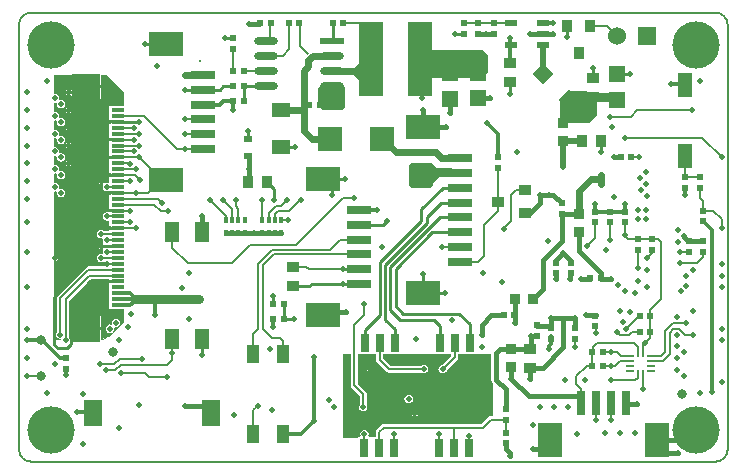
<source format=gbl>
%FSLAX44Y44*%
%MOMM*%
G71*
G01*
G75*
G04 Layer_Physical_Order=4*
G04 Layer_Color=16711680*
%ADD10R,0.5000X0.6000*%
%ADD11R,1.0668X0.8128*%
%ADD12R,0.6000X0.5000*%
%ADD13R,0.8000X1.6000*%
%ADD14O,2.0320X0.6096*%
%ADD15R,2.0320X0.6096*%
%ADD16O,2.0000X0.3500*%
%ADD17R,1.5000X0.4000*%
G04:AMPARAMS|DCode=18|XSize=0.22mm|YSize=0.8mm|CornerRadius=0mm|HoleSize=0mm|Usage=FLASHONLY|Rotation=90.000|XOffset=0mm|YOffset=0mm|HoleType=Round|Shape=RoundedRectangle|*
%AMROUNDEDRECTD18*
21,1,0.2200,0.8000,0,0,90.0*
21,1,0.2200,0.8000,0,0,90.0*
1,1,0.0000,0.4000,0.1100*
1,1,0.0000,0.4000,-0.1100*
1,1,0.0000,-0.4000,-0.1100*
1,1,0.0000,-0.4000,0.1100*
%
%ADD18ROUNDEDRECTD18*%
G04:AMPARAMS|DCode=19|XSize=0.22mm|YSize=0.8mm|CornerRadius=0mm|HoleSize=0mm|Usage=FLASHONLY|Rotation=0.000|XOffset=0mm|YOffset=0mm|HoleType=Round|Shape=RoundedRectangle|*
%AMROUNDEDRECTD19*
21,1,0.2200,0.8000,0,0,0.0*
21,1,0.2200,0.8000,0,0,0.0*
1,1,0.0000,0.1100,-0.4000*
1,1,0.0000,-0.1100,-0.4000*
1,1,0.0000,-0.1100,0.4000*
1,1,0.0000,0.1100,0.4000*
%
%ADD19ROUNDEDRECTD19*%
%ADD20R,4.3000X4.3000*%
%ADD21R,1.4000X0.6000*%
%ADD22R,1.8000X0.2500*%
%ADD23R,1.2000X2.2000*%
%ADD24R,1.6000X1.4000*%
%ADD25R,1.1000X1.4000*%
%ADD26R,0.7000X1.6000*%
%ADD27R,0.6000X0.7000*%
%ADD28R,1.2000X1.4000*%
%ADD29P,1.8385X4X90.0*%
%ADD30R,0.8890X1.0160*%
%ADD31R,1.0160X0.8890*%
%ADD32C,0.4000*%
%ADD33C,0.2000*%
%ADD34C,0.3000*%
%ADD35C,0.2540*%
%ADD36C,0.1270*%
%ADD37C,0.5000*%
%ADD38C,0.6000*%
%ADD39C,0.5000*%
%ADD40C,0.3000*%
G04:AMPARAMS|DCode=41|XSize=4mm|YSize=4mm|CornerRadius=2mm|HoleSize=0mm|Usage=FLASHONLY|Rotation=0.000|XOffset=0mm|YOffset=0mm|HoleType=Round|Shape=RoundedRectangle|*
%AMROUNDEDRECTD41*
21,1,4.0000,0.0000,0,0,0.0*
21,1,0.0000,4.0000,0,0,0.0*
1,1,4.0000,0.0000,0.0000*
1,1,4.0000,0.0000,0.0000*
1,1,4.0000,0.0000,0.0000*
1,1,4.0000,0.0000,0.0000*
%
%ADD41ROUNDEDRECTD41*%
%ADD42R,1.5240X1.5240*%
%ADD43C,1.5240*%
%ADD44C,0.8000*%
%ADD45R,0.8128X1.0668*%
%ADD46P,1.8385X4X180.0*%
%ADD47R,1.3970X1.3970*%
%ADD48R,2.1000X0.8000*%
%ADD49R,3.0000X2.1000*%
%ADD50R,1.6000X1.2000*%
%ADD51R,1.2000X1.8000*%
%ADD52R,1.0000X1.6000*%
%ADD53R,0.7500X0.2000*%
%ADD54R,0.2000X0.7500*%
%ADD55C,0.8000*%
%ADD56R,0.4064X0.5500*%
%ADD57R,0.3048X0.5500*%
%ADD58R,0.8128X0.8128*%
%ADD59R,1.6000X2.2000*%
G04:AMPARAMS|DCode=60|XSize=2mm|YSize=2mm|CornerRadius=0mm|HoleSize=0mm|Usage=FLASHONLY|Rotation=180.000|XOffset=0mm|YOffset=0mm|HoleType=Round|Shape=RoundedRectangle|*
%AMROUNDEDRECTD60*
21,1,2.0000,2.0000,0,0,180.0*
21,1,2.0000,2.0000,0,0,180.0*
1,1,0.0000,-1.0000,1.0000*
1,1,0.0000,1.0000,1.0000*
1,1,0.0000,1.0000,-1.0000*
1,1,0.0000,-1.0000,-1.0000*
%
%ADD60ROUNDEDRECTD60*%
%ADD61R,0.8128X0.8128*%
%ADD62R,2.4130X2.1844*%
%ADD63R,1.1000X0.3000*%
%ADD64R,2.1500X6.3000*%
%ADD65R,1.2000X2.0000*%
%ADD66R,0.7000X0.6000*%
%ADD67R,0.8000X2.1000*%
%ADD68R,2.1000X3.0000*%
%ADD69R,1.1000X0.5000*%
%ADD70R,0.7600X1.5200*%
G36*
X189000Y114999D02*
Y103627D01*
X182373Y97000D01*
X160620D01*
X157967Y99653D01*
Y116967D01*
X164317Y123317D01*
X180682D01*
X189000Y114999D01*
D02*
G37*
G36*
X-24000Y127000D02*
Y110000D01*
X-26157Y107843D01*
X-43303D01*
X-47000Y111540D01*
Y126000D01*
X-43500Y129500D01*
X-26500D01*
X-24000Y127000D01*
D02*
G37*
G36*
X99922Y-121000D02*
X99922Y-121000D01*
X100181Y-122302D01*
X100232Y-122561D01*
X100941Y-123622D01*
Y-151441D01*
X99500D01*
X99500Y-151441D01*
X98329Y-151674D01*
X97337Y-152337D01*
X91517Y-158158D01*
X8784D01*
X8784Y-158158D01*
X7613Y-158391D01*
X6621Y-159053D01*
X6621Y-159054D01*
X3076Y-162598D01*
X2413Y-163591D01*
X2180Y-164761D01*
X2180Y-164761D01*
Y-168850D01*
X-561D01*
D01*
D01*
X-561Y-168850D01*
X-1661D01*
Y-168850D01*
X-2633D01*
X-4164Y-167827D01*
X-3893Y-166461D01*
X-4164Y-165096D01*
X-4938Y-163938D01*
X-6096Y-163164D01*
X-7461Y-162893D01*
X-8827Y-163164D01*
X-9985Y-163938D01*
X-10758Y-165096D01*
X-11030Y-166461D01*
X-10758Y-167827D01*
X-12290Y-168850D01*
X-13261D01*
Y-169890D01*
X-26059D01*
Y-98790D01*
X-19059D01*
Y-125542D01*
X-19059Y-125542D01*
X-18826Y-126712D01*
X-18163Y-127705D01*
X-11559Y-134309D01*
Y-142278D01*
X-11797Y-142634D01*
X-12069Y-144000D01*
X-11797Y-145366D01*
X-11023Y-146523D01*
X-9866Y-147297D01*
X-8500Y-147569D01*
X-7134Y-147297D01*
X-5977Y-146523D01*
X-5203Y-145366D01*
X-4931Y-144000D01*
X-5203Y-142634D01*
X-5441Y-142278D01*
Y-133042D01*
X-5441Y-133042D01*
X-5674Y-131871D01*
X-6337Y-130879D01*
X-12941Y-124275D01*
Y-99150D01*
X-1521D01*
Y-99150D01*
X-1521D01*
X-1521Y-99150D01*
X-421D01*
Y-99150D01*
X2320D01*
Y-103704D01*
X2320Y-103705D01*
X2553Y-104875D01*
X3216Y-105868D01*
X11281Y-113933D01*
X11281Y-113933D01*
X12274Y-114596D01*
X13444Y-114829D01*
X13444Y-114829D01*
X41008D01*
X41364Y-115067D01*
X42730Y-115339D01*
X44096Y-115067D01*
X45253Y-114293D01*
X46027Y-113136D01*
X46299Y-111770D01*
X46027Y-110404D01*
X45253Y-109247D01*
X44096Y-108473D01*
X42730Y-108201D01*
X41364Y-108473D01*
X41008Y-108711D01*
X14711D01*
X8438Y-102438D01*
Y-99150D01*
X11179D01*
Y-99150D01*
X11179D01*
X11179Y-99150D01*
X12279D01*
Y-99150D01*
X23879D01*
Y-98790D01*
X50379D01*
Y-99150D01*
X61979D01*
Y-99150D01*
X61979D01*
X61979Y-99150D01*
X63079D01*
Y-99150D01*
X65820D01*
Y-100354D01*
X57785Y-108389D01*
X57364Y-108473D01*
X56207Y-109247D01*
X55433Y-110404D01*
X55161Y-111770D01*
X55433Y-113136D01*
X56207Y-114293D01*
X57364Y-115067D01*
X58730Y-115339D01*
X60096Y-115067D01*
X61253Y-114293D01*
X62027Y-113136D01*
X62111Y-112715D01*
X71042Y-103784D01*
X71042Y-103784D01*
X71439Y-103189D01*
X71705Y-102792D01*
X71937Y-101621D01*
Y-99150D01*
X74679D01*
Y-99150D01*
X74679D01*
X74679Y-99150D01*
X75779D01*
Y-99150D01*
X87379D01*
Y-98790D01*
X99922D01*
Y-121000D01*
D02*
G37*
G36*
X53671Y58348D02*
X66274D01*
Y51000D01*
X55823D01*
X50855Y46032D01*
Y43854D01*
X49000Y42000D01*
X32000D01*
X30000Y44000D01*
Y61000D01*
X31598Y62598D01*
X49421D01*
X53671Y58348D01*
D02*
G37*
G36*
X-224000Y-36000D02*
X-222000D01*
Y-36230D01*
X-216500D01*
Y-38770D01*
X-222000D01*
Y-39000D01*
X-224000D01*
Y-46000D01*
Y-51000D01*
Y-56000D01*
Y-61000D01*
X-216845D01*
X-216500Y-61069D01*
X-211000D01*
Y-72508D01*
X-220000Y-81508D01*
X-223391Y-84898D01*
X-224511Y-84299D01*
X-224451Y-84000D01*
X-224645Y-83025D01*
X-225198Y-82198D01*
X-225730Y-81842D01*
Y-84000D01*
X-227000D01*
Y-85270D01*
X-229158D01*
X-228802Y-85802D01*
X-228081Y-86285D01*
X-228449Y-87500D01*
X-230870D01*
Y-78707D01*
X-255000D01*
Y-87500D01*
X-256931D01*
X-257203Y-86134D01*
X-257441Y-85778D01*
Y-53767D01*
X-239233Y-35559D01*
X-224000D01*
Y-36000D01*
D02*
G37*
G36*
X-4505Y128505D02*
X-7505D01*
X-18000Y139000D01*
X-25000D01*
X-25505Y142505D01*
X-17495D01*
X-9000Y151000D01*
X-4505D01*
Y128505D01*
D02*
G37*
G36*
X-220000Y132000D02*
X-211000Y123000D01*
Y111000D01*
X-224000D01*
Y104000D01*
Y99000D01*
X-222000D01*
Y98770D01*
X-216500D01*
Y96230D01*
X-222000D01*
Y96000D01*
D01*
Y96000D01*
X-222000Y96000D01*
X-224000D01*
Y89000D01*
Y84000D01*
X-222000D01*
Y84000D01*
X-222000Y84000D01*
X-222000Y84000D01*
Y83770D01*
X-216500D01*
Y81230D01*
X-222000D01*
Y81000D01*
X-224000D01*
Y74000D01*
Y69000D01*
X-222000D01*
Y69000D01*
X-222000Y69000D01*
X-222000Y69000D01*
Y68770D01*
X-216500D01*
Y66230D01*
X-222000D01*
Y66000D01*
X-224000D01*
Y59000D01*
Y54000D01*
X-222000D01*
Y53770D01*
X-216500D01*
Y51230D01*
X-222000D01*
Y51000D01*
X-224000D01*
Y46771D01*
X-224940Y46000D01*
X-225155D01*
X-225500Y46069D01*
X-226866Y45797D01*
X-227348Y45474D01*
X-228104Y46230D01*
X-229230D01*
Y45104D01*
X-228474Y44349D01*
X-228797Y43866D01*
X-229069Y42500D01*
X-228797Y41135D01*
X-228023Y39977D01*
X-226866Y39203D01*
X-225500Y38932D01*
X-225156Y39000D01*
X-224000Y39000D01*
Y39000D01*
X-222000D01*
Y38770D01*
X-216500D01*
Y36230D01*
X-222000D01*
Y36000D01*
D01*
Y36000D01*
X-222000Y36000D01*
X-224000D01*
Y29000D01*
Y24000D01*
X-222000D01*
Y23770D01*
X-216500D01*
Y21230D01*
X-222000D01*
Y21000D01*
D01*
Y21000D01*
X-222000Y21000D01*
X-224000D01*
Y21000D01*
X-225155Y21000D01*
X-225500Y21069D01*
X-226866Y20797D01*
X-228023Y20023D01*
X-228797Y18866D01*
X-229069Y17500D01*
X-228797Y16134D01*
X-228023Y14977D01*
X-226866Y14203D01*
X-225500Y13931D01*
X-225156Y14000D01*
X-224940D01*
X-224000Y13229D01*
Y9000D01*
X-222000D01*
Y9000D01*
X-222000Y9000D01*
X-222000Y9000D01*
Y8770D01*
X-216500D01*
Y6230D01*
X-222000D01*
Y6000D01*
X-224000D01*
Y5559D01*
X-228778D01*
X-229134Y5797D01*
X-230500Y6069D01*
X-231866Y5797D01*
X-233023Y5023D01*
X-233797Y3866D01*
X-234069Y2500D01*
X-233797Y1134D01*
X-233023Y-23D01*
X-231866Y-797D01*
X-230500Y-1069D01*
X-229834Y-936D01*
X-228936Y-1834D01*
X-229069Y-2500D01*
X-228797Y-3866D01*
X-228474Y-4349D01*
X-229230Y-5105D01*
Y-7500D01*
Y-9895D01*
X-228474Y-10651D01*
X-228797Y-11134D01*
X-229069Y-12500D01*
X-228936Y-13166D01*
X-229834Y-14064D01*
X-230500Y-13931D01*
X-231866Y-14203D01*
X-233023Y-14977D01*
X-233797Y-16134D01*
X-234069Y-17500D01*
X-233797Y-18866D01*
X-233023Y-20023D01*
X-231866Y-20797D01*
X-230500Y-21069D01*
X-229134Y-20797D01*
X-228778Y-20559D01*
X-228664D01*
X-228113Y-21230D01*
X-225500D01*
Y-23770D01*
X-228296D01*
X-229300Y-24441D01*
X-241157D01*
X-241157Y-24441D01*
X-242327Y-24674D01*
X-243320Y-25337D01*
X-243320Y-25337D01*
X-267163Y-49180D01*
X-267826Y-50173D01*
X-268059Y-51343D01*
X-268059Y-51343D01*
Y-80778D01*
X-268297Y-81134D01*
X-268569Y-82500D01*
X-268297Y-83865D01*
X-267523Y-85023D01*
X-266366Y-85797D01*
X-265000Y-86068D01*
X-264855Y-86039D01*
X-264568Y-86327D01*
X-265054Y-87500D01*
X-270000D01*
Y-20459D01*
X-269500Y-20049D01*
X-268524Y-19855D01*
X-267697Y-19302D01*
X-267342Y-18770D01*
X-269500D01*
Y-16230D01*
X-267342D01*
X-267697Y-15698D01*
X-268524Y-15145D01*
X-269500Y-14951D01*
X-270000Y-14540D01*
Y38521D01*
X-269500Y38931D01*
X-268691Y39092D01*
X-267793Y38194D01*
X-267931Y37500D01*
X-267660Y36134D01*
X-266886Y34976D01*
X-265728Y34203D01*
X-264363Y33931D01*
X-262997Y34203D01*
X-261839Y34976D01*
X-261066Y36134D01*
X-260794Y37500D01*
X-261066Y38865D01*
X-261839Y40023D01*
X-262997Y40797D01*
X-264363Y41069D01*
X-265171Y40908D01*
X-266069Y41806D01*
X-265931Y42500D01*
X-266203Y43865D01*
X-266977Y45023D01*
X-268134Y45797D01*
X-269500Y46069D01*
X-270000Y46479D01*
Y53521D01*
X-269500Y53931D01*
X-268691Y54092D01*
X-267793Y53194D01*
X-267931Y52500D01*
X-267660Y51134D01*
X-266886Y49977D01*
X-265728Y49203D01*
X-264363Y48931D01*
X-262997Y49203D01*
X-261839Y49977D01*
X-261066Y51134D01*
X-260794Y52500D01*
X-261066Y53865D01*
X-261839Y55023D01*
X-262997Y55797D01*
X-264363Y56068D01*
X-265171Y55908D01*
X-266069Y56806D01*
X-265931Y57500D01*
X-266203Y58865D01*
X-266977Y60023D01*
X-268134Y60797D01*
X-269500Y61068D01*
X-270000Y61479D01*
Y68521D01*
X-269500Y68931D01*
X-268691Y69092D01*
X-267793Y68194D01*
X-267931Y67500D01*
X-267660Y66134D01*
X-266886Y64977D01*
X-265728Y64203D01*
X-264363Y63931D01*
X-262997Y64203D01*
X-261839Y64977D01*
X-261066Y66134D01*
X-260794Y67500D01*
X-261066Y68865D01*
X-261839Y70023D01*
X-262997Y70797D01*
X-264363Y71068D01*
X-265171Y70908D01*
X-266069Y71806D01*
X-265931Y72500D01*
X-266203Y73865D01*
X-266977Y75023D01*
X-268134Y75797D01*
X-269500Y76068D01*
X-270000Y76479D01*
Y83521D01*
X-269500Y83931D01*
X-268691Y84092D01*
X-267793Y83194D01*
X-267931Y82500D01*
X-267660Y81134D01*
X-266886Y79976D01*
X-265728Y79203D01*
X-264363Y78931D01*
X-262997Y79203D01*
X-261839Y79976D01*
X-261066Y81134D01*
X-260794Y82500D01*
X-261066Y83865D01*
X-261839Y85023D01*
X-262997Y85797D01*
X-264363Y86068D01*
X-265171Y85907D01*
X-266069Y86806D01*
X-265931Y87500D01*
X-266203Y88865D01*
X-266977Y90023D01*
X-268134Y90797D01*
X-269500Y91068D01*
X-270000Y91479D01*
Y98521D01*
X-269500Y98931D01*
X-268691Y99092D01*
X-267793Y98194D01*
X-267931Y97500D01*
X-267660Y96134D01*
X-266886Y94976D01*
X-265728Y94203D01*
X-264363Y93931D01*
X-262997Y94203D01*
X-261839Y94976D01*
X-261066Y96134D01*
X-260794Y97500D01*
X-261066Y98865D01*
X-261839Y100023D01*
X-262997Y100797D01*
X-264363Y101068D01*
X-265171Y100907D01*
X-266069Y101805D01*
X-265931Y102500D01*
X-266203Y103865D01*
X-266977Y105023D01*
X-268134Y105797D01*
X-269500Y106068D01*
X-270000Y106479D01*
Y113521D01*
X-269500Y113931D01*
X-268691Y114092D01*
X-267793Y113194D01*
X-267931Y112500D01*
X-267660Y111134D01*
X-266886Y109976D01*
X-265728Y109203D01*
X-264363Y108931D01*
X-262997Y109203D01*
X-261839Y109976D01*
X-261066Y111134D01*
X-260794Y112500D01*
X-261066Y113865D01*
X-261839Y115023D01*
X-262997Y115797D01*
X-264363Y116068D01*
X-265171Y115907D01*
X-266069Y116805D01*
X-265931Y117500D01*
X-266203Y118865D01*
X-266977Y120023D01*
X-268134Y120797D01*
X-269500Y121068D01*
X-270000Y121479D01*
Y137500D01*
X-255000D01*
Y128713D01*
X-230870D01*
Y137500D01*
X-225500D01*
X-220000Y132000D01*
D02*
G37*
G36*
X97000Y154500D02*
Y139500D01*
X92000Y134500D01*
X38000D01*
Y158500D01*
X93000D01*
X97000Y154500D01*
D02*
G37*
%LPC*%
G36*
X-218000Y-68931D02*
X-219366Y-69203D01*
X-220523Y-69977D01*
X-221297Y-71134D01*
X-221569Y-72500D01*
X-221436Y-73166D01*
X-222334Y-74064D01*
X-223000Y-73931D01*
X-224366Y-74203D01*
X-225523Y-74977D01*
X-226297Y-76134D01*
X-226569Y-77500D01*
X-226297Y-78865D01*
X-225523Y-80023D01*
X-224366Y-80797D01*
X-223000Y-81068D01*
X-221634Y-80797D01*
X-220477Y-80023D01*
X-219703Y-78865D01*
X-219431Y-77500D01*
X-219564Y-76834D01*
X-218666Y-75936D01*
X-218000Y-76069D01*
X-216634Y-75797D01*
X-215477Y-75023D01*
X-214703Y-73865D01*
X-214431Y-72500D01*
X-214703Y-71134D01*
X-215477Y-69977D01*
X-216634Y-69203D01*
X-218000Y-68931D01*
D02*
G37*
G36*
X-231770Y-8770D02*
X-232658D01*
X-232302Y-9302D01*
X-231770Y-9658D01*
Y-8770D01*
D02*
G37*
G36*
X-244205Y-66515D02*
X-255000D01*
Y-76167D01*
X-244205D01*
Y-66515D01*
D02*
G37*
G36*
X-230870D02*
X-241665D01*
Y-76167D01*
X-230870D01*
Y-66515D01*
D02*
G37*
G36*
X-231770Y46230D02*
X-232658D01*
X-232302Y45697D01*
X-231770Y45342D01*
Y46230D01*
D02*
G37*
G36*
Y49658D02*
X-232302Y49302D01*
X-232658Y48770D01*
X-231770D01*
Y49658D01*
D02*
G37*
G36*
X-231770Y-5342D02*
X-232302Y-5698D01*
X-232658Y-6230D01*
X-231770D01*
Y-5342D01*
D02*
G37*
G36*
X34000Y-147112D02*
X33468Y-147468D01*
X33112Y-148000D01*
X34000D01*
Y-147112D01*
D02*
G37*
G36*
X-228270Y-81842D02*
X-228802Y-82198D01*
X-229158Y-82730D01*
X-228270D01*
Y-81842D01*
D02*
G37*
G36*
X-4660Y-112770D02*
X-5549D01*
Y-113658D01*
X-5016Y-113302D01*
X-4660Y-112770D01*
D02*
G37*
G36*
X-8089Y-109342D02*
X-8621Y-109698D01*
X-8977Y-110230D01*
X-8089D01*
Y-109342D01*
D02*
G37*
G36*
Y-112770D02*
X-8977D01*
X-8621Y-113302D01*
X-8089Y-113658D01*
Y-112770D01*
D02*
G37*
G36*
X37428Y-150540D02*
X36540D01*
Y-151428D01*
X37072Y-151072D01*
X37428Y-150540D01*
D02*
G37*
G36*
X29982Y-133413D02*
X28616Y-133685D01*
X27458Y-134458D01*
X26685Y-135616D01*
X26413Y-136982D01*
X26685Y-138347D01*
X27458Y-139505D01*
X28616Y-140279D01*
X29982Y-140550D01*
X31347Y-140279D01*
X32505Y-139505D01*
X33279Y-138347D01*
X33550Y-136982D01*
X33279Y-135616D01*
X32505Y-134458D01*
X31347Y-133685D01*
X29982Y-133413D01*
D02*
G37*
G36*
X36540Y-147112D02*
Y-148000D01*
X37428D01*
X37072Y-147468D01*
X36540Y-147112D01*
D02*
G37*
G36*
X34000Y-150540D02*
X33112D01*
X33468Y-151072D01*
X34000Y-151428D01*
Y-150540D01*
D02*
G37*
G36*
X-5549Y-109342D02*
Y-110230D01*
X-4660D01*
X-5016Y-109698D01*
X-5549Y-109342D01*
D02*
G37*
G36*
X-229230Y49658D02*
Y48770D01*
X-228342D01*
X-228697Y49302D01*
X-229230Y49658D01*
D02*
G37*
G36*
X-255842Y106230D02*
X-256730D01*
Y105342D01*
X-256198Y105697D01*
X-255842Y106230D01*
D02*
G37*
G36*
X-259270Y109658D02*
X-259802Y109302D01*
X-260158Y108770D01*
X-259270D01*
Y109658D01*
D02*
G37*
G36*
Y106230D02*
X-260158D01*
X-259802Y105697D01*
X-259270Y105342D01*
Y106230D01*
D02*
G37*
G36*
Y94658D02*
X-259802Y94302D01*
X-260158Y93770D01*
X-259270D01*
Y94658D01*
D02*
G37*
G36*
X-256730D02*
Y93770D01*
X-255842D01*
X-256198Y94302D01*
X-256730Y94658D01*
D02*
G37*
G36*
X-259270Y124658D02*
X-259802Y124302D01*
X-260158Y123770D01*
X-259270D01*
Y124658D01*
D02*
G37*
G36*
X-244205Y126173D02*
X-255000D01*
Y125102D01*
X-256198Y124302D01*
X-256730Y124658D01*
Y122500D01*
Y120342D01*
X-256198Y120697D01*
X-255000Y119897D01*
Y116521D01*
X-244205D01*
Y126173D01*
D02*
G37*
G36*
X-259270Y121230D02*
X-260158D01*
X-259802Y120697D01*
X-259270Y120342D01*
Y121230D01*
D02*
G37*
G36*
X-256730Y109658D02*
Y108770D01*
X-255842D01*
X-256198Y109302D01*
X-256730Y109658D01*
D02*
G37*
G36*
X-230870Y126173D02*
X-241665D01*
Y116521D01*
X-230870D01*
Y126173D01*
D02*
G37*
G36*
X-256730Y64658D02*
Y63770D01*
X-255842D01*
X-256198Y64302D01*
X-256730Y64658D01*
D02*
G37*
G36*
X-259270Y76230D02*
X-260158D01*
X-259802Y75697D01*
X-259270Y75342D01*
Y76230D01*
D02*
G37*
G36*
Y64658D02*
X-259802Y64302D01*
X-260158Y63770D01*
X-259270D01*
Y64658D01*
D02*
G37*
G36*
Y61230D02*
X-260158D01*
X-259802Y60697D01*
X-259270Y60342D01*
Y61230D01*
D02*
G37*
G36*
X-255842D02*
X-256730D01*
Y60342D01*
X-256198Y60697D01*
X-255842Y61230D01*
D02*
G37*
G36*
X-259270Y91230D02*
X-260158D01*
X-259802Y90697D01*
X-259270Y90342D01*
Y91230D01*
D02*
G37*
G36*
X-255842D02*
X-256730D01*
Y90342D01*
X-256198Y90697D01*
X-255842Y91230D01*
D02*
G37*
G36*
X-256730Y79658D02*
Y78770D01*
X-255842D01*
X-256198Y79302D01*
X-256730Y79658D01*
D02*
G37*
G36*
X-255842Y76230D02*
X-256730D01*
Y75342D01*
X-256198Y75697D01*
X-255842Y76230D01*
D02*
G37*
G36*
X-259270Y79658D02*
X-259802Y79302D01*
X-260158Y78770D01*
X-259270D01*
Y79658D01*
D02*
G37*
%LPD*%
D10*
X234500Y-67000D02*
D03*
X225500D02*
D03*
X-109500Y115000D02*
D03*
X-118500D02*
D03*
X-62500Y181000D02*
D03*
X-71500D02*
D03*
X192500Y-35000D02*
D03*
X183500D02*
D03*
X110500Y-66000D02*
D03*
X119500D02*
D03*
X218500Y68000D02*
D03*
X209500D02*
D03*
X234500Y-80000D02*
D03*
X225500D02*
D03*
X194500Y-97000D02*
D03*
X185500D02*
D03*
Y-109000D02*
D03*
X194500D02*
D03*
X-54500Y112000D02*
D03*
X-45500D02*
D03*
X-86500Y181000D02*
D03*
X-95500D02*
D03*
X-34500D02*
D03*
X-25500D02*
D03*
X-118500Y141000D02*
D03*
X-109500D02*
D03*
X-118500Y128000D02*
D03*
X-109500D02*
D03*
X-84500Y-57000D02*
D03*
X-75500D02*
D03*
X-84500Y-69000D02*
D03*
X-75500D02*
D03*
D11*
X105608Y30051D02*
D03*
X128544Y20513D02*
D03*
Y39588D02*
D03*
D12*
X224000Y-10500D02*
D03*
Y-1500D02*
D03*
X236000D02*
D03*
Y-10500D02*
D03*
X88980Y181366D02*
D03*
Y172366D02*
D03*
X139000Y-83500D02*
D03*
Y-74500D02*
D03*
X213000Y21500D02*
D03*
Y12500D02*
D03*
X150678Y-76995D02*
D03*
Y-85994D02*
D03*
X170678D02*
D03*
Y-76995D02*
D03*
X264000Y41500D02*
D03*
Y50500D02*
D03*
X112000Y-165500D02*
D03*
Y-174500D02*
D03*
X106000Y67500D02*
D03*
Y58500D02*
D03*
X267000Y-3500D02*
D03*
Y-12500D02*
D03*
X277000Y41500D02*
D03*
Y50500D02*
D03*
X188000Y21500D02*
D03*
Y12500D02*
D03*
X200000Y21500D02*
D03*
Y12500D02*
D03*
X155000Y-21500D02*
D03*
Y-30500D02*
D03*
X167000Y-21500D02*
D03*
Y-30500D02*
D03*
X160000Y19500D02*
D03*
Y28500D02*
D03*
X112000Y-145500D02*
D03*
Y-154500D02*
D03*
X188000Y-75500D02*
D03*
Y-66500D02*
D03*
X279000Y-3500D02*
D03*
Y-12500D02*
D03*
Y22500D02*
D03*
Y13500D02*
D03*
X-118500Y168500D02*
D03*
Y159500D02*
D03*
X-260000Y-111500D02*
D03*
Y-102500D02*
D03*
X76980Y172366D02*
D03*
Y181366D02*
D03*
X101980D02*
D03*
Y172366D02*
D03*
D14*
X-91080Y166390D02*
D03*
Y153691D02*
D03*
Y140990D02*
D03*
Y128291D02*
D03*
X-35200D02*
D03*
Y140990D02*
D03*
Y153691D02*
D03*
D15*
Y166390D02*
D03*
D30*
X192524Y81477D02*
D03*
X176522D02*
D03*
X-89999Y47000D02*
D03*
X-106001D02*
D03*
D31*
X133000Y-110506D02*
D03*
Y-94504D02*
D03*
X116000Y147001D02*
D03*
Y130999D02*
D03*
X186000Y118999D02*
D03*
Y135001D02*
D03*
X-68000Y-41001D02*
D03*
Y-24999D02*
D03*
D32*
X143480Y171866D02*
X151866D01*
X42500Y93400D02*
Y107500D01*
X144000Y-43620D02*
Y-19000D01*
X135620Y-52000D02*
X144000Y-43620D01*
X120000Y-72494D02*
Y-52000D01*
X149000Y36000D02*
X152500D01*
X141000D02*
X149000D01*
X152500D02*
X160000Y28500D01*
X135000Y-179500D02*
X141270D01*
X-39683Y-63000D02*
X-23000D01*
X-42823Y-66140D02*
X-39683Y-63000D01*
X141000Y29080D02*
Y36000D01*
X132433Y20513D02*
X141000Y29080D01*
X128544Y20513D02*
X132433D01*
X243000Y-183000D02*
X258000D01*
X240000Y-180000D02*
X243000Y-183000D01*
X240000Y-180000D02*
Y-171500D01*
X258500D01*
X214250Y-141000D02*
X223000D01*
X89000Y117705D02*
X98705D01*
X65000Y105000D02*
Y117205D01*
X42500Y93400D02*
X61600D01*
X-144680Y4060D02*
Y17680D01*
X-124001Y3750D02*
X-94001D01*
X-83501D02*
X-77999D01*
X-88499D02*
X-83501D01*
X-94001D02*
X-88499D01*
X-105630Y58000D02*
Y68530D01*
Y47372D02*
Y58000D01*
X131744Y-134744D02*
X176250D01*
X117000Y-120000D02*
X131744Y-134744D01*
X95634Y172366D02*
X101980D01*
X88980D02*
X95634D01*
X112000Y-179000D02*
Y-174500D01*
Y-179000D02*
X116000Y-183000D01*
Y-185000D02*
Y-183000D01*
X117000Y-94504D02*
X133000D01*
X104000Y-98000D02*
X107620Y-94380D01*
X112000Y-145500D02*
Y-129000D01*
X104000Y-121000D02*
X112000Y-129000D01*
X104000Y-121000D02*
Y-98000D01*
X107620Y-94380D02*
X117000D01*
X132480Y171866D02*
X143480D01*
X92000Y-74000D02*
X100000Y-66000D01*
X110500D01*
X263000Y500D02*
Y1000D01*
Y500D02*
X267000Y-3500D01*
X279000D01*
X166632Y-35862D02*
Y-30029D01*
Y-21029D02*
Y-19361D01*
X160632Y-13361D02*
X166632Y-19361D01*
X155000Y-18993D02*
X160632Y-13361D01*
X155000Y-20994D02*
Y-18993D01*
X192500Y-35494D02*
Y-29994D01*
X180500Y-65995D02*
X188178D01*
X170678Y-74994D02*
Y-68600D01*
X139000Y-74994D02*
X150678D01*
Y-68600D01*
X155000Y-35828D02*
Y-29994D01*
X176000Y-35494D02*
X183500D01*
X-105000Y180642D02*
X-96500D01*
X193845Y-35386D02*
X201532D01*
X193845Y-35680D02*
Y-35386D01*
X204000Y68000D02*
X209500D01*
X174000Y-11494D02*
Y4380D01*
Y-11494D02*
X192500Y-29994D01*
X144000Y-19000D02*
X160000Y-3000D01*
Y19500D01*
X173880D01*
X133178Y-83744D02*
X138750D01*
X143494Y-110506D02*
X161000Y-93000D01*
X150678Y-68600D02*
X161000D01*
X170678D01*
X161000Y-93000D02*
Y-68600D01*
X133178Y-94326D02*
Y-83744D01*
X133000Y-94504D02*
X133178Y-94326D01*
X133000Y-110506D02*
X143494D01*
X133000Y-120000D02*
Y-110506D01*
X117000Y-120000D02*
Y-109620D01*
X92000Y-83000D02*
Y-74000D01*
X-159000Y-143000D02*
X-143000D01*
X-137000Y-149000D01*
D33*
X223662Y107500D02*
X269500D01*
X218163Y102000D02*
X223662Y107500D01*
X200000Y102000D02*
X218163D01*
X93920Y9920D02*
X106000Y22000D01*
X93920Y-16080D02*
Y9920D01*
X88650Y-21350D02*
X93920Y-16080D01*
X106000Y22000D02*
Y58500D01*
X73500Y-21350D02*
X88650D01*
X-94590Y23589D02*
X-94001Y23001D01*
X-94590Y23589D02*
Y31606D01*
X-219157Y-107500D02*
X-214657Y-103000D01*
X-195416D01*
X-174463Y-108000D02*
X-170080Y-103617D01*
X-214000Y-108000D02*
X-174463D01*
X-218500Y-112500D02*
X-214000Y-108000D01*
X-231500Y-107500D02*
X-219157D01*
X-226500Y-112500D02*
X-218500D01*
X-216500Y82500D02*
X-202500D01*
X-179700Y48300D02*
X-175500D01*
X-190500Y37500D02*
X-179700Y48300D01*
X-201000Y37500D02*
X-190500D01*
X-178800Y48300D02*
X-175500D01*
X-198000Y67500D02*
X-178800Y48300D01*
X-202039Y52500D02*
X-197529Y47990D01*
X-216500Y52500D02*
X-202039D01*
X-216500Y42500D02*
X-216500Y42500D01*
X-225500Y42500D02*
X-216500D01*
X-185500Y27500D02*
X-180000Y22000D01*
X-174000D01*
X-16000Y-125542D02*
X-8500Y-133042D01*
Y-144000D02*
Y-133042D01*
X201250Y-154580D02*
Y-140584D01*
X188750Y-154580D02*
Y-140584D01*
X263500Y-82500D02*
X271000D01*
X259000Y-78000D02*
X263500Y-82500D01*
X254000Y-78000D02*
X259000D01*
X232000Y-17500D02*
X236000Y-13500D01*
Y-10500D01*
X200000Y-2680D02*
Y12500D01*
X-25500Y181000D02*
X-6000D01*
X-1750Y151000D02*
Y176750D01*
X-6000Y181000D02*
X-1750Y176750D01*
X183487Y178544D02*
X197756D01*
X206300Y170000D01*
X-93000Y-78000D02*
Y-23657D01*
X-76300Y-99000D02*
Y-87700D01*
X-93000Y-78000D02*
X-86000Y-85000D01*
X-79000D01*
X-76300Y-87700D01*
X228000Y-128759D02*
Y-116000D01*
X213000Y84000D02*
X278500D01*
X-116501Y26158D02*
Y31461D01*
Y26158D02*
X-114501Y24158D01*
Y14250D02*
Y24158D01*
X-127606Y31606D02*
X-119499Y23499D01*
Y14250D02*
Y23499D01*
X-138659Y31606D02*
X-125001Y17948D01*
Y14250D02*
Y17948D01*
X112000Y-165500D02*
Y-154500D01*
X-120000Y-22000D02*
X-104690Y-6690D01*
X-65690D01*
X-157000Y-22000D02*
X-120000D01*
X-216500Y67500D02*
X-198000D01*
X-170080Y-8920D02*
X-157000Y-22000D01*
X-159050Y87050D02*
X-144500D01*
X-159050Y99750D02*
X-144500D01*
X279000Y22500D02*
X287500D01*
X277000Y33000D02*
Y41500D01*
Y33000D02*
X279000Y31000D01*
Y22500D02*
Y31000D01*
X295000Y7500D02*
Y15000D01*
X287500Y22500D02*
X295000Y15000D01*
X253343Y-73000D02*
X265000D01*
X247000Y-79343D02*
X253343Y-73000D01*
X68879Y-101621D02*
Y-89550D01*
X58730Y-111770D02*
X68879Y-101621D01*
X5379Y-103705D02*
X13444Y-111770D01*
X42730D01*
X5379Y-103705D02*
Y-89550D01*
X-72673Y31623D02*
X-72656Y31639D01*
X-138659Y32000D02*
X-138463Y31803D01*
X-61639Y31606D02*
X-61606Y31639D01*
X-71114Y22132D02*
X-61639Y31606D01*
X-61606D01*
X-78164Y26132D02*
X-78147Y26149D01*
X-78130Y26132D02*
X-72656Y31606D01*
X-94001Y14250D02*
Y23001D01*
X-82552Y26132D02*
X-78164D01*
X-88499Y20185D02*
X-82552Y26132D01*
X-88499Y14250D02*
Y20185D01*
X-80895Y22132D02*
X-71114D01*
X-83501Y19527D02*
X-80895Y22132D01*
X-83501Y14250D02*
Y19527D01*
X-77999Y14250D02*
X-72000D01*
X-26000Y33000D02*
X-16323D01*
X-65690Y-6690D02*
X-26000Y33000D01*
X-170080Y-8920D02*
Y4060D01*
X-36690Y-10690D02*
X-28190Y-2190D01*
X-85690Y-10690D02*
X-36690D01*
X-98000Y-23000D02*
X-85690Y-10690D01*
X-84033Y-14690D02*
X-11823D01*
X-93000Y-23657D02*
X-84033Y-14690D01*
X-7710Y-65710D02*
Y-56290D01*
X-16000Y-74000D02*
X-7710Y-65710D01*
X-16000Y-125542D02*
Y-74000D01*
X-170080Y-103617D02*
Y-97920D01*
X-193000Y-115000D02*
X-189589Y-118412D01*
X-214000Y-115000D02*
X-193000D01*
X-54610Y-27390D02*
X-26000D01*
X-57001Y-24999D02*
X-54610Y-27390D01*
X-69000Y-24999D02*
X-57001D01*
X-28190Y-2190D02*
X-11823D01*
X-101700Y-163000D02*
Y-146700D01*
X-98000Y-143000D01*
X-189589Y-118412D02*
X-174326D01*
X176250Y-134744D02*
Y-128250D01*
Y-137000D02*
Y-134744D01*
X172000Y-118000D02*
X181000Y-109000D01*
X172000Y-124000D02*
X176250Y-128250D01*
X172000Y-124000D02*
Y-118000D01*
X181000Y-109000D02*
X185500D01*
X185658Y-97000D02*
Y-93342D01*
X185500Y-109000D02*
Y-97000D01*
X194500Y-109000D02*
X201000D01*
X194500Y-97000D02*
X201000D01*
X200000Y-121000D02*
X201000D01*
X222000D01*
X209000Y-105000D02*
X217000D01*
X205000Y-109000D02*
X209000Y-105000D01*
X201000Y-109000D02*
X205000D01*
X210000Y-101000D02*
X217000D01*
X206000Y-97000D02*
X210000Y-101000D01*
X201000Y-97000D02*
X206000D01*
X235000Y-101000D02*
X243343D01*
X247000Y-97343D01*
Y-79343D01*
X251000Y-81000D02*
X254000Y-78000D01*
X251000Y-99000D02*
Y-81000D01*
X245000Y-105000D02*
X251000Y-99000D01*
X235000Y-105000D02*
X245000D01*
X-159050Y74550D02*
X-144500D01*
X-182500Y32500D02*
X-179000Y29000D01*
X-216500Y32500D02*
X-182500D01*
X-216500Y27500D02*
X-185500D01*
X58350Y-8650D02*
X73500D01*
X278500Y84000D02*
X295000Y67500D01*
X120917Y39588D02*
X128544D01*
X116756Y35428D02*
X120917Y39588D01*
X116756Y13756D02*
Y35428D01*
X111000Y7000D02*
Y8000D01*
X116756Y13756D01*
X8784Y-161216D02*
X92784D01*
X99500Y-154500D01*
X112000D01*
X68739Y-178450D02*
Y-161955D01*
X5239Y-164761D02*
X8784Y-161216D01*
X5239Y-178450D02*
Y-164761D01*
X76980Y181366D02*
X116480D01*
X-118500Y141000D02*
Y159500D01*
X-7461Y-178450D02*
Y-166461D01*
X17939Y-178450D02*
Y-167061D01*
X56039Y-178450D02*
Y-167039D01*
X81422Y-178450D02*
Y-168064D01*
X-62003Y161793D02*
X-55000Y154790D01*
X229934Y-89703D02*
X234500Y-85137D01*
X228000Y-91637D02*
X229934Y-89703D01*
X234000Y-79500D02*
X234500Y-79000D01*
Y-85137D02*
Y-80000D01*
X214000Y-78000D02*
X225000Y-67000D01*
X225500D01*
X216110Y-83000D02*
X219110Y-80000D01*
X225500D01*
X228000Y-98000D02*
Y-91637D01*
X224000Y-119000D02*
Y-116000D01*
X222000Y-121000D02*
X224000Y-119000D01*
X-216500Y92500D02*
X-202500D01*
X-225500Y-2500D02*
X-216500D01*
Y7500D02*
X-200500D01*
X-225500Y17500D02*
X-216500D01*
X-218700Y12500D02*
X-206000D01*
X-216500Y37500D02*
X-201000D01*
X-216500Y72500D02*
X-202500D01*
X-216500Y87500D02*
X-198000D01*
X-216500Y77500D02*
X-198000D01*
X-216500Y62500D02*
X-206000D01*
X-216500Y57500D02*
X-201016D01*
X-241157Y-27500D02*
X-216500D01*
X-265000Y-51343D02*
X-241157Y-27500D01*
X-265000Y-82500D02*
Y-51343D01*
X-260500Y-52500D02*
X-240500Y-32500D01*
X-260500Y-87500D02*
Y-52500D01*
X-240500Y-32500D02*
X-216500D01*
X-230500Y-17500D02*
X-216500D01*
X-225500Y-22500D02*
X-216500D01*
X-225500Y-12500D02*
X-216500D01*
X-230500Y2500D02*
X-216500D01*
Y22500D02*
X-206000D01*
X-216500Y47500D02*
X-205984D01*
X-293307Y-117500D02*
X-281700D01*
X234500Y-79000D02*
Y-61500D01*
X219500Y68000D02*
X225000D01*
X264000Y50500D02*
X277000D01*
X264000D02*
Y68209D01*
X-100244Y140756D02*
X-90699D01*
X-109490Y140990D02*
X-92080D01*
X170678Y-92683D02*
Y-85994D01*
X188178Y-81495D02*
Y-74994D01*
X259500Y-12500D02*
X267000D01*
X-71003Y158997D02*
Y180642D01*
X-76543Y153456D02*
X-71003Y158997D01*
X-90699Y153456D02*
X-76543D01*
X-62003Y161793D02*
Y180642D01*
X259500Y-22000D02*
X274000D01*
X279000Y-17000D01*
Y-12500D01*
X-87500Y167741D02*
Y180642D01*
X224000Y-26000D02*
Y-10500D01*
X234500Y-61500D02*
X243700Y-52300D01*
X181000Y-7340D02*
X187979Y-361D01*
Y12479D01*
X213000Y1431D02*
X215931Y-1500D01*
X241200D02*
X243700Y-4000D01*
X213000Y1431D02*
Y12500D01*
X215931Y-1500D02*
X241200D01*
X243700Y-52300D02*
Y-4000D01*
X224000Y-98000D02*
Y-92806D01*
X206000Y-80494D02*
X208506Y-83000D01*
X216110D01*
X185658Y-93342D02*
X189323Y-89677D01*
X220871D01*
X224000Y-92806D01*
X-170080Y-97920D02*
Y-85940D01*
X-101700Y-99000D02*
Y-81700D01*
X-98000Y-78000D01*
Y-23000D01*
X-216500Y102500D02*
X-194500D01*
X-166550Y74550D01*
X-159050D01*
X-290000Y190000D02*
G03*
X-300000Y180000I0J-10000D01*
G01*
Y-180000D02*
G03*
X-290000Y-190000I10000J0D01*
G01*
X299941Y180000D02*
G03*
X289941Y190000I-10000J0D01*
G01*
Y-190000D02*
G03*
X299941Y-180000I0J10000D01*
G01*
X-290000Y190000D02*
X289941Y190000D01*
X-290000Y-190000D02*
X289941Y-190000D01*
X-300000Y-180000D02*
Y180000D01*
X300000Y-180000D02*
Y180000D01*
D34*
X-185000Y-66000D02*
Y-53500D01*
X-281700Y-87500D02*
X-280500D01*
X-293307D02*
X-281700D01*
X-265500Y-102500D02*
X-260000D01*
X-280500Y-87500D02*
X-265500Y-102500D01*
X116000Y147001D02*
Y169000D01*
X-206100Y-47500D02*
X-201100Y-52500D01*
X-216500Y-47500D02*
X-206100D01*
X-205600Y-57500D02*
X-201100Y-53000D01*
X-216500Y-57500D02*
X-205600D01*
X-216500Y-52500D02*
X-202600D01*
X106000Y67500D02*
Y87000D01*
X96500Y96500D02*
X106000Y87000D01*
X286500Y-131500D02*
Y6000D01*
X279000Y13500D02*
X286500Y6000D01*
X-50500Y-156000D02*
Y-101340D01*
Y-156000D02*
X-50080Y-155580D01*
X-61500Y-167000D02*
X-50500Y-156000D01*
X-76300Y-167000D02*
X-61500D01*
X41000Y118000D02*
Y149750D01*
X-118500Y107843D02*
Y115000D01*
X-11823Y23010D02*
X2892D01*
X-260000Y-117000D02*
Y-111500D01*
X-84500Y-76500D02*
Y-69000D01*
X-127000Y115000D02*
X-118500D01*
X-129750Y112250D02*
X-127000Y115000D01*
X-144500Y112250D02*
X-129750D01*
X143480Y181366D02*
X151980D01*
X264000Y36000D02*
Y41500D01*
X262209Y130000D02*
X263778Y128431D01*
X252000Y130000D02*
X262209D01*
X150678Y-90494D02*
Y-83994D01*
X149000Y-92172D02*
X150678Y-90494D01*
X149000Y-94494D02*
Y-92172D01*
X-251000Y-148000D02*
X-238430D01*
X188000Y21500D02*
X213000D01*
Y28000D01*
X188000Y21500D02*
Y28000D01*
X-201100Y-53000D02*
Y-52500D01*
D35*
X5380Y-65620D02*
Y-21358D01*
X-7321Y-78321D02*
X5380Y-65620D01*
X-7321Y-89550D02*
Y-78321D01*
X18079Y-89550D02*
Y-78079D01*
X9920Y-69920D02*
X18079Y-78079D01*
X9920Y-69920D02*
Y-23239D01*
X14460Y-61460D02*
X23000Y-70000D01*
X14460Y-61460D02*
Y-25120D01*
X56329Y16750D02*
X73500D01*
X14460Y-25120D02*
X56329Y16750D01*
X40730Y13992D02*
Y23730D01*
X5380Y-21358D02*
X40730Y13992D01*
X45270Y12111D02*
Y17270D01*
X9920Y-23239D02*
X45270Y12111D01*
X50050Y4050D02*
X73500D01*
X19000Y-27000D02*
X50050Y4050D01*
X19000Y-58618D02*
Y-27000D01*
Y-58618D02*
X25112Y-64730D01*
X40730Y23730D02*
X58950Y41950D01*
X73500D01*
X45270Y17270D02*
X57250Y29250D01*
X73500D01*
X56179Y-89550D02*
Y-75179D01*
X51000Y-70000D02*
X56179Y-75179D01*
X23000Y-70000D02*
X51000D01*
X72730Y-64730D02*
X81579Y-73579D01*
X25112Y-64730D02*
X72730D01*
X81579Y-89550D02*
Y-73579D01*
X42500Y-47400D02*
X60600D01*
X-42823Y49260D02*
X-35248Y41685D01*
X-267000Y-94000D02*
X-259000D01*
X-270000Y-91000D02*
X-267000Y-94000D01*
X-270000Y-91000D02*
Y-50304D01*
X-255730Y-90730D02*
Y-53769D01*
X-259000Y-94000D02*
X-255730Y-90730D01*
Y-53769D02*
X-239461Y-37500D01*
X-247879Y122500D02*
X-242935Y127443D01*
X-258000Y122500D02*
X-247879D01*
X-35200Y166390D02*
X-34500Y167090D01*
Y181000D01*
X-42823Y49260D02*
X-23740D01*
X-35248Y35248D02*
Y41685D01*
X164412Y169412D02*
Y178544D01*
X192524Y72476D02*
Y81477D01*
X186000Y135001D02*
Y143000D01*
X205000Y137795D02*
X217633D01*
X-89999Y47000D02*
X-84000Y41001D01*
Y31606D02*
Y41001D01*
X42500Y-47400D02*
Y-31500D01*
X116000Y121000D02*
Y130999D01*
X-125500Y168500D02*
X-118500D01*
X-11313Y10510D02*
X8510D01*
X12000Y14000D01*
X-84500Y-57000D02*
Y-49500D01*
X-84500Y-49500D02*
X-84500Y-49500D01*
X-144680Y-100000D02*
Y-85940D01*
X-193700Y163700D02*
X-175500D01*
X-159050Y124950D02*
X-144500D01*
X-106000Y83100D02*
Y90000D01*
X-78000Y76000D02*
X-66000D01*
X69000Y172366D02*
X76614D01*
X-75500Y-69000D02*
X-67000D01*
X-75500D02*
Y-57000D01*
X-54001Y-41001D02*
X-53000Y-40000D01*
X-69000Y-41001D02*
X-54001D01*
X-53000Y-40000D02*
X-26000D01*
X-25890Y-39890D02*
X-11823D01*
X-26000Y-40000D02*
X-25890Y-39890D01*
X-26000Y-27390D02*
X-11823D01*
X-127000Y128000D02*
X-118500D01*
X-130050Y124950D02*
X-127000Y128000D01*
X-144500Y124950D02*
X-130050D01*
X-109500Y115000D02*
Y128000D01*
X-91370D01*
X-216500Y97500D02*
X-198000D01*
X-242195Y-22500D02*
X-225500D01*
X-270000Y-50304D02*
X-242195Y-22500D01*
X-239461Y-37500D02*
X-216500D01*
X-230500Y-7500D02*
X-216500D01*
D37*
X160632Y59000D02*
Y81380D01*
X161000D02*
X176426D01*
X143480Y137788D02*
Y162366D01*
D38*
X-8009Y140990D02*
X-1000Y148000D01*
X-35200Y140990D02*
X-8009D01*
X-9000Y151000D02*
X-1750D01*
X-159050Y137450D02*
X-144500D01*
X-77000Y108000D02*
X-59000D01*
Y119000D01*
Y90000D02*
Y108000D01*
Y90000D02*
X-52000Y83000D01*
X-59000Y119000D02*
Y140817D01*
X-52000Y83000D02*
X-37000D01*
X57650Y67350D02*
X73500D01*
X53000Y72000D02*
X57650Y67350D01*
X19000Y72000D02*
X53000D01*
X7000Y84000D02*
X19000Y72000D01*
X-59000Y140817D02*
X-55000Y144817D01*
Y150000D01*
X-51309Y153691D01*
X-35200D01*
X174000Y19620D02*
Y39000D01*
X184000Y49000D01*
X193000D01*
Y45000D02*
Y53000D01*
D39*
X276200Y132000D02*
D03*
Y-132000D02*
D03*
X-276200D02*
D03*
Y132000D02*
D03*
X151866Y171866D02*
D03*
X60600Y-47400D02*
D03*
X42500Y107500D02*
D03*
X77000Y145000D02*
D03*
X-185000Y-66000D02*
D03*
X182000Y102000D02*
D03*
X177000Y107000D02*
D03*
X172000Y102000D02*
D03*
X-197529Y47990D02*
D03*
X149000Y36000D02*
D03*
X-23740Y49260D02*
D03*
X164412Y169412D02*
D03*
X192524Y72476D02*
D03*
X109000Y-38000D02*
D03*
X186000Y143000D02*
D03*
X217633Y137795D02*
D03*
X121487Y72487D02*
D03*
X-258000Y77500D02*
D03*
X-269500Y-17500D02*
D03*
X-230500Y47500D02*
D03*
X42500Y-31500D02*
D03*
X116000Y121000D02*
D03*
X-258000Y107500D02*
D03*
X-246000Y-175000D02*
D03*
X-86000Y-146000D02*
D03*
X-23000Y-63000D02*
D03*
X-87610Y-94390D02*
D03*
X141000Y36000D02*
D03*
X98705Y117705D02*
D03*
X65000Y105000D02*
D03*
X61600Y93400D02*
D03*
X213000Y84000D02*
D03*
X202000Y93000D02*
D03*
X7655Y-8345D02*
D03*
X-144680Y17680D02*
D03*
X-125500Y168500D02*
D03*
X-35248Y35248D02*
D03*
X-147500Y-52500D02*
D03*
X-101000Y3631D02*
D03*
X-156000Y-52500D02*
D03*
X-84500Y-49500D02*
D03*
X-144680Y-100000D02*
D03*
X-118000Y-151000D02*
D03*
X29982Y-136982D02*
D03*
X-215250Y-161750D02*
D03*
X-193700Y163700D02*
D03*
X-183198Y145198D02*
D03*
X-159050Y124950D02*
D03*
X-106000Y90000D02*
D03*
X-66000Y76000D02*
D03*
X-28000Y114000D02*
D03*
X-35000D02*
D03*
X-28000Y121000D02*
D03*
X-35000D02*
D03*
X-42000D02*
D03*
X33421Y45598D02*
D03*
Y52598D02*
D03*
Y59598D02*
D03*
X61000Y154000D02*
D03*
X70000D02*
D03*
X79000D02*
D03*
X89000D02*
D03*
X96500Y96500D02*
D03*
X286500Y-131500D02*
D03*
X265000Y-73000D02*
D03*
X35270Y-149270D02*
D03*
X-6819Y-111500D02*
D03*
X-33000Y-144000D02*
D03*
X-37819Y-137500D02*
D03*
X-138659Y31606D02*
D03*
X-162000Y-43000D02*
D03*
X-156196Y-30000D02*
D03*
X-127606Y31606D02*
D03*
X-116646D02*
D03*
X-94590D02*
D03*
X-72656D02*
D03*
X-61606D02*
D03*
X-72000Y14250D02*
D03*
X-50500Y-156000D02*
D03*
X-156000Y-69600D02*
D03*
X36434Y-86515D02*
D03*
X41000Y118000D02*
D03*
X-118500Y107843D02*
D03*
X-16323Y33000D02*
D03*
X-170080Y-97920D02*
D03*
X-195416Y-103000D02*
D03*
X-260000Y-117000D02*
D03*
X-50500Y-101340D02*
D03*
X-84500Y-76500D02*
D03*
X-26000Y-40000D02*
D03*
Y-27390D02*
D03*
X-98000Y-143000D02*
D03*
X-174326Y-118412D02*
D03*
X-226500Y-112500D02*
D03*
X-231500Y-107500D02*
D03*
X-214000Y-115000D02*
D03*
X-8500Y-144000D02*
D03*
X-7710Y-56290D02*
D03*
X257000Y-102500D02*
D03*
X263366Y-97500D02*
D03*
X162565Y-120980D02*
D03*
X58730Y-111770D02*
D03*
X42730D02*
D03*
X-59000Y119000D02*
D03*
X-159050Y137450D02*
D03*
X-179000Y29000D02*
D03*
X-174000Y22000D02*
D03*
X-198000Y97500D02*
D03*
X-227000Y-84000D02*
D03*
X-159050Y74550D02*
D03*
Y87050D02*
D03*
Y99750D02*
D03*
X-207636Y-76000D02*
D03*
X-205000Y-65000D02*
D03*
X-215000Y-87000D02*
D03*
X-67000Y-69000D02*
D03*
X200000Y102000D02*
D03*
X269500Y107500D02*
D03*
X58350Y-8650D02*
D03*
X95634Y172366D02*
D03*
X111000Y7000D02*
D03*
X67000Y-70000D02*
D03*
X116000Y-185000D02*
D03*
X151980Y181366D02*
D03*
X-7461Y-166461D02*
D03*
X17939Y-167061D02*
D03*
X56039Y-167039D02*
D03*
X81422Y-168064D02*
D03*
X201000Y-121000D02*
D03*
X47421Y45598D02*
D03*
X40421Y52598D02*
D03*
Y45598D02*
D03*
X47421Y52598D02*
D03*
Y59598D02*
D03*
X40421D02*
D03*
X-202500Y92500D02*
D03*
X-198000Y87500D02*
D03*
X-202500Y72500D02*
D03*
Y82500D02*
D03*
X-198000Y77500D02*
D03*
X-205984Y62158D02*
D03*
X-198000Y67500D02*
D03*
X-201016Y57500D02*
D03*
X-230500Y-17500D02*
D03*
X-225500Y-22500D02*
D03*
Y-12500D02*
D03*
X-230500Y-7500D02*
D03*
X-225500Y-2500D02*
D03*
X-230500Y2500D02*
D03*
X-206000Y12500D02*
D03*
X-225500Y17500D02*
D03*
X-201000Y37500D02*
D03*
X-206000Y22500D02*
D03*
X-205984Y47500D02*
D03*
X-225500Y42500D02*
D03*
X-260500Y-87500D02*
D03*
X-265000Y-82500D02*
D03*
X-200500Y7500D02*
D03*
X-218000Y-72500D02*
D03*
X-223000Y-77500D02*
D03*
X69000Y172366D02*
D03*
X-269500Y117500D02*
D03*
X-264363Y112500D02*
D03*
X-269500Y102500D02*
D03*
X-264363Y97500D02*
D03*
X-269500Y87500D02*
D03*
X-264363Y82500D02*
D03*
X-269500Y72500D02*
D03*
X-264363Y67500D02*
D03*
X-269500Y57500D02*
D03*
X-264363Y52500D02*
D03*
X222000Y-47494D02*
D03*
X224491Y-37546D02*
D03*
X261000Y-133000D02*
D03*
X264000Y36000D02*
D03*
X232000Y-42500D02*
D03*
X258158Y-4270D02*
D03*
X257730Y5842D02*
D03*
X263000Y1000D02*
D03*
X231698Y35046D02*
D03*
X226428Y39888D02*
D03*
X231270Y45158D02*
D03*
X230842Y55270D02*
D03*
X226000Y50000D02*
D03*
X225000Y68000D02*
D03*
X-258000Y62500D02*
D03*
Y92500D02*
D03*
X-293307Y-117500D02*
D03*
Y107500D02*
D03*
Y122500D02*
D03*
X257000Y-67500D02*
D03*
X271000Y-62500D02*
D03*
X166632Y-35862D02*
D03*
X193000Y45000D02*
D03*
X213000Y28000D02*
D03*
X188000D02*
D03*
X-84000Y31606D02*
D03*
X92500Y-30072D02*
D03*
X-258000Y122500D02*
D03*
X-245700Y-133049D02*
D03*
X-269500Y-107500D02*
D03*
X-293307Y-102500D02*
D03*
Y-77500D02*
D03*
Y-42500D02*
D03*
Y-12500D02*
D03*
Y12500D02*
D03*
Y32500D02*
D03*
Y47500D02*
D03*
Y62500D02*
D03*
Y77500D02*
D03*
Y92500D02*
D03*
X223000Y-141000D02*
D03*
X257000Y-82500D02*
D03*
X180500Y-65995D02*
D03*
X258000Y-183000D02*
D03*
X203810Y34270D02*
D03*
X252000Y130000D02*
D03*
X132480Y171866D02*
D03*
X-105000Y180642D02*
D03*
X-198500Y-142500D02*
D03*
X150678Y-68600D02*
D03*
X295000Y67500D02*
D03*
X170678Y-92683D02*
D03*
X228000Y-128759D02*
D03*
X201640Y-35554D02*
D03*
X231200Y22800D02*
D03*
X224354D02*
D03*
Y15298D02*
D03*
X231200D02*
D03*
X295000Y-32500D02*
D03*
X-251000Y-148000D02*
D03*
X295000Y-87500D02*
D03*
X204000Y68000D02*
D03*
X295000Y-22500D02*
D03*
Y-122500D02*
D03*
X257000Y-92500D02*
D03*
X170678Y-68600D02*
D03*
X176000Y-35494D02*
D03*
X155000Y-35828D02*
D03*
X-293307Y-87500D02*
D03*
X-264363Y37500D02*
D03*
X-269500Y42500D02*
D03*
X295000Y7500D02*
D03*
X120000Y-72494D02*
D03*
X295000Y-42500D02*
D03*
Y-77500D02*
D03*
X271000Y-82500D02*
D03*
X260500Y-45500D02*
D03*
X209000Y-62494D02*
D03*
X213000Y-45494D02*
D03*
X265000Y-32500D02*
D03*
Y-41069D02*
D03*
X217000Y-63494D02*
D03*
X232000Y-27500D02*
D03*
X149000Y-94494D02*
D03*
X133178Y-83744D02*
D03*
X188178Y-81495D02*
D03*
X160632Y-13361D02*
D03*
X257000Y-112500D02*
D03*
X116000Y169000D02*
D03*
X-159000Y-143000D02*
D03*
X213000Y1431D02*
D03*
X271000Y-27500D02*
D03*
X207000Y-40494D02*
D03*
X193000Y53000D02*
D03*
X259500Y-12500D02*
D03*
Y-22000D02*
D03*
X229934Y-89703D02*
D03*
X-220000Y-97500D02*
D03*
X135000Y-179500D02*
D03*
X188750Y-154580D02*
D03*
X201250D02*
D03*
X263366Y-117500D02*
D03*
X196250Y-166000D02*
D03*
X208750D02*
D03*
X221250D02*
D03*
X172105Y-166980D02*
D03*
X-273000Y179000D02*
D03*
X-285000Y152000D02*
D03*
X-289000Y163000D02*
D03*
X-262000Y174000D02*
D03*
X-273000Y147000D02*
D03*
X-285000Y174000D02*
D03*
X-257000Y163000D02*
D03*
X-262000Y151000D02*
D03*
X-273000Y-147000D02*
D03*
X-285000Y-174000D02*
D03*
X-289000Y-163000D02*
D03*
X-262000Y-152000D02*
D03*
X-273000Y-179000D02*
D03*
X-285000Y-152000D02*
D03*
X-257000Y-163000D02*
D03*
X-262000Y-175000D02*
D03*
X273000Y-147000D02*
D03*
X261000Y-174000D02*
D03*
X257000Y-163000D02*
D03*
X284000Y-152000D02*
D03*
X273000Y-179000D02*
D03*
X261000Y-152000D02*
D03*
X289000Y-163000D02*
D03*
X284000Y-175000D02*
D03*
X273000Y179000D02*
D03*
X261000Y152000D02*
D03*
X257000Y163000D02*
D03*
X284000Y174000D02*
D03*
X273000Y147000D02*
D03*
X261000Y174000D02*
D03*
X289000Y163000D02*
D03*
X284000Y151000D02*
D03*
X160632Y59000D02*
D03*
X148000Y-3569D02*
D03*
X206000Y-80494D02*
D03*
X211500Y-71994D02*
D03*
X214000Y-78000D02*
D03*
X181000Y-7340D02*
D03*
X224000Y-26000D02*
D03*
X197000Y-11000D02*
D03*
X200000Y-2680D02*
D03*
X232000Y-17500D02*
D03*
X165000Y-144124D02*
D03*
X153000D02*
D03*
X141270Y-144230D02*
D03*
X201000Y-109000D02*
D03*
X179000Y-121000D02*
D03*
X201000Y-97000D02*
D03*
X133000Y-120000D02*
D03*
X135000Y-159460D02*
D03*
X117000Y-120000D02*
D03*
X-105630Y58000D02*
D03*
X92011Y-93000D02*
D03*
X92000Y-83000D02*
D03*
X12000Y14000D02*
D03*
X2892Y23010D02*
D03*
D40*
X-146563Y149244D02*
D03*
D41*
X-273000Y163000D02*
D03*
Y-163000D02*
D03*
X273000D02*
D03*
Y163000D02*
D03*
D42*
X231700Y170000D02*
D03*
D43*
X206300D02*
D03*
D44*
X202205Y119000D02*
X205000Y116205D01*
X-156000Y-52500D02*
X-147500D01*
X179000Y119000D02*
X202205D01*
X-201100Y-52500D02*
X-156000D01*
D45*
X164412Y178544D02*
D03*
X183487D02*
D03*
X173949Y155608D02*
D03*
D46*
X144000Y137789D02*
D03*
X166000Y115789D02*
D03*
D47*
X65000Y138795D02*
D03*
Y117205D02*
D03*
X89000Y139295D02*
D03*
Y117705D02*
D03*
X206000Y116205D02*
D03*
Y137795D02*
D03*
D48*
X73500Y41950D02*
D03*
Y4050D02*
D03*
Y16750D02*
D03*
Y29250D02*
D03*
Y-8650D02*
D03*
Y-21350D02*
D03*
Y54650D02*
D03*
Y67350D02*
D03*
X-144500Y137450D02*
D03*
Y124950D02*
D03*
Y87050D02*
D03*
Y74550D02*
D03*
Y99750D02*
D03*
Y112250D02*
D03*
X-11823Y23010D02*
D03*
Y10510D02*
D03*
Y-27390D02*
D03*
Y-39890D02*
D03*
Y-14690D02*
D03*
Y-2190D02*
D03*
D49*
X42500Y-47400D02*
D03*
Y93400D02*
D03*
X-175500Y163700D02*
D03*
Y48300D02*
D03*
X-42823Y49260D02*
D03*
Y-66140D02*
D03*
D50*
X-78000Y108000D02*
D03*
Y76000D02*
D03*
D51*
X-170080Y-85940D02*
D03*
X-144680D02*
D03*
Y4060D02*
D03*
X-170080D02*
D03*
D52*
X-76300Y-167000D02*
D03*
X-101700D02*
D03*
Y-99000D02*
D03*
X-76300D02*
D03*
D53*
X217000Y-101000D02*
D03*
Y-105000D02*
D03*
Y-109000D02*
D03*
Y-113000D02*
D03*
X235000D02*
D03*
Y-109000D02*
D03*
Y-105000D02*
D03*
Y-101000D02*
D03*
D54*
X224000Y-116000D02*
D03*
X228000D02*
D03*
Y-98000D02*
D03*
X224000D02*
D03*
D55*
X261000Y-133000D02*
D03*
X-281700Y-117500D02*
D03*
Y-87500D02*
D03*
X-220000Y-97500D02*
D03*
D56*
X-108999Y3750D02*
D03*
X-125001D02*
D03*
Y14250D02*
D03*
X-108999D02*
D03*
X-77999Y3750D02*
D03*
X-94001D02*
D03*
Y14250D02*
D03*
X-77999D02*
D03*
D57*
X-114501Y3750D02*
D03*
X-119499D02*
D03*
Y14250D02*
D03*
X-114501D02*
D03*
X-83501Y3750D02*
D03*
X-88499D02*
D03*
Y14250D02*
D03*
X-83501D02*
D03*
D58*
X135620Y-52000D02*
D03*
X120380D02*
D03*
D59*
X-237250Y-149000D02*
D03*
X-137750D02*
D03*
D60*
X7000Y83000D02*
D03*
X-37000D02*
D03*
D61*
X117000Y-109620D02*
D03*
Y-94380D02*
D03*
X174000Y19620D02*
D03*
Y4380D02*
D03*
X161000Y96620D02*
D03*
Y81380D02*
D03*
D62*
X-242935Y-77437D02*
D03*
X-242935Y127443D02*
D03*
D63*
X-216500Y-57500D02*
D03*
Y-52500D02*
D03*
Y-47500D02*
D03*
Y-42500D02*
D03*
Y-37500D02*
D03*
Y-32500D02*
D03*
Y-27500D02*
D03*
Y-22500D02*
D03*
Y-17500D02*
D03*
Y-12500D02*
D03*
Y-7500D02*
D03*
Y-2500D02*
D03*
Y2500D02*
D03*
Y7500D02*
D03*
Y12500D02*
D03*
Y17500D02*
D03*
Y22500D02*
D03*
Y27500D02*
D03*
Y32500D02*
D03*
Y37500D02*
D03*
Y42500D02*
D03*
Y47500D02*
D03*
Y52500D02*
D03*
Y57500D02*
D03*
Y62500D02*
D03*
Y67500D02*
D03*
Y72500D02*
D03*
Y77500D02*
D03*
Y82500D02*
D03*
Y87500D02*
D03*
Y92500D02*
D03*
Y97500D02*
D03*
Y102500D02*
D03*
Y107500D02*
D03*
D64*
X39750Y151000D02*
D03*
X-1750D02*
D03*
D65*
X263778Y68431D02*
D03*
Y128431D02*
D03*
D66*
X-106000Y83100D02*
D03*
Y68900D02*
D03*
D67*
X213750Y-140500D02*
D03*
X201250D02*
D03*
X188750D02*
D03*
X176250D02*
D03*
D68*
X150000Y-171500D02*
D03*
X240000D02*
D03*
D69*
X116480Y181366D02*
D03*
Y162366D02*
D03*
X143480D02*
D03*
Y171866D02*
D03*
Y181366D02*
D03*
D70*
X81422Y-178450D02*
D03*
X68739D02*
D03*
X56039D02*
D03*
X17939D02*
D03*
X5239D02*
D03*
X-7461D02*
D03*
X-7321Y-89550D02*
D03*
X5379D02*
D03*
X18079D02*
D03*
X56179D02*
D03*
X68879D02*
D03*
X81579D02*
D03*
M02*

</source>
